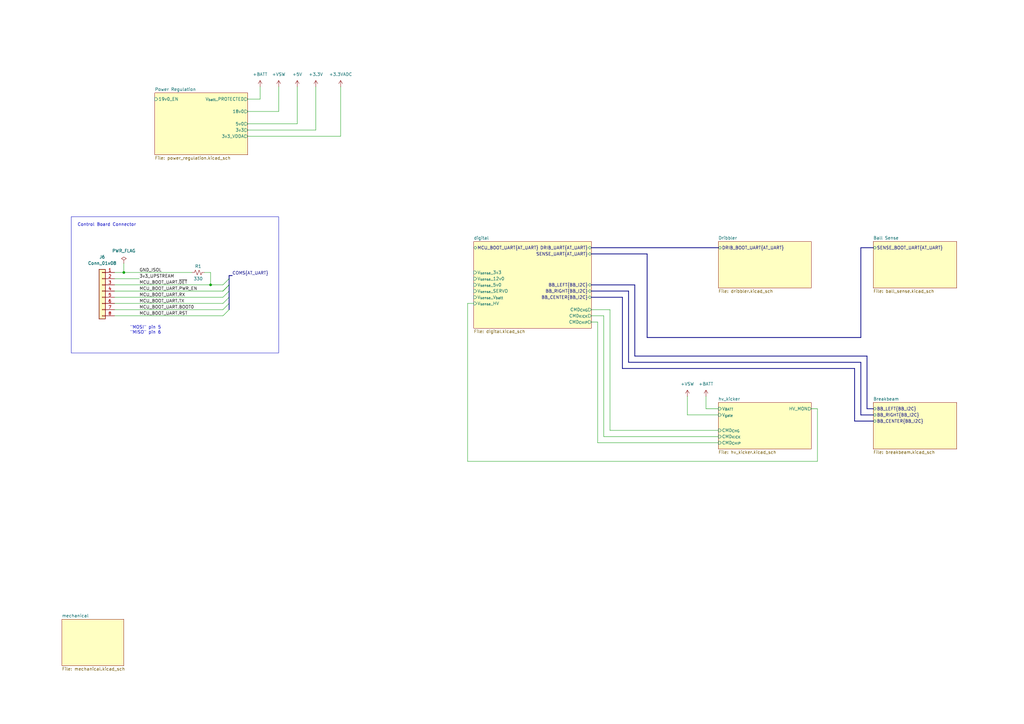
<source format=kicad_sch>
(kicad_sch (version 20231120) (generator "eeschema") (generator_version "8.0")
  (paper "A3")
  (title_block (title "Kicker") (date "2024-06-10") (rev "3.1") (company "The A-Team (RC SSL)") (comment 1 "W. Stuckey"))
  (lib_symbols
    (symbol "Connector_Generic:Conn_01x08" (pin_names (offset 1.016) hide)
      (property "Reference" "J" (at 0 10.16 0))
      (property "Value" "Conn_01x08" (at 0 -12.7 0))
      (symbol "Conn_01x08_1_1"
        (rectangle (start -1.27 -10.033) (end 0 -10.287) (stroke (width 0.1524)))
        (rectangle (start -1.27 -7.493) (end 0 -7.747) (stroke (width 0.1524)))
        (rectangle (start -1.27 -4.953) (end 0 -5.207) (stroke (width 0.1524)))
        (rectangle (start -1.27 -2.413) (end 0 -2.667) (stroke (width 0.1524)))
        (rectangle (start -1.27 0.127) (end 0 -0.127) (stroke (width 0.1524)))
        (rectangle (start -1.27 2.667) (end 0 2.413) (stroke (width 0.1524)))
        (rectangle (start -1.27 5.207) (end 0 4.953) (stroke (width 0.1524)))
        (rectangle (start -1.27 7.747) (end 0 7.493) (stroke (width 0.1524)))
        (rectangle (start -1.27 8.89) (end 1.27 -11.43) (stroke (width 0.254)) (fill (type background)))
        (pin passive line (at -5.08 7.62 0) (length 3.81) (name "Pin_1") (number "1"))
        (pin passive line (at -5.08 5.08 0) (length 3.81) (name "Pin_2") (number "2"))
        (pin passive line (at -5.08 2.54 0) (length 3.81) (name "Pin_3") (number "3"))
        (pin passive line (at -5.08 0 0) (length 3.81) (name "Pin_4") (number "4"))
        (pin passive line (at -5.08 -2.54 0) (length 3.81) (name "Pin_5") (number "5"))
        (pin passive line (at -5.08 -5.08 0) (length 3.81) (name "Pin_6") (number "6"))
        (pin passive line (at -5.08 -7.62 0) (length 3.81) (name "Pin_7") (number "7"))
        (pin passive line (at -5.08 -10.16 0) (length 3.81) (name "Pin_8") (number "8"))
      )
    )
    (symbol "Device:R_Small_US" (pin_numbers hide) (pin_names (offset 0.254) hide)
      (property "Reference" "R" (at 0.762 0.508 0))
      (property "Value" "R_Small_US" (at 0.762 -1.016 0))
      (symbol "R_Small_US_1_1"
        (polyline (pts (xy 0 0) (xy 1.016 -0.381) (xy 0 -0.762) (xy -1.016 -1.143) (xy 0 -1.524)))
        (polyline (pts (xy 0 1.524) (xy 1.016 1.143) (xy 0 0.762) (xy -1.016 0.381) (xy 0 0)))
        (pin passive line (at 0 2.54 270) (length 1.016) (name "~") (number "1"))
        (pin passive line (at 0 -2.54 90) (length 1.016) (name "~") (number "2"))
      )
    )
    (symbol "power:+3.3V" (power) (pin_numbers hide) (pin_names (offset 0) hide)
      (property "Value" "+3.3V" (at 0 3.556 0))
      (symbol "+3.3V_0_1"
        (polyline (pts (xy -0.762 1.27) (xy 0 2.54)))
        (polyline (pts (xy 0 0) (xy 0 2.54)))
        (polyline (pts (xy 0 2.54) (xy 0.762 1.27)))
      )
      (symbol "+3.3V_1_1"
        (pin power_in line (at 0 0 90) (length 0) (name "~") (number "1"))
      )
    )
    (symbol "power:+3.3VADC" (power) (pin_numbers hide) (pin_names (offset 0) hide)
      (property "Value" "+3.3VADC" (at 0 3.556 0))
      (symbol "+3.3VADC_0_0"
        (pin power_in line (at 0 0 90) (length 0) (name "~") (number "1"))
      )
      (symbol "+3.3VADC_0_1"
        (polyline (pts (xy -0.762 1.27) (xy 0 2.54)))
        (polyline (pts (xy 0 0) (xy 0 2.54)))
        (polyline (pts (xy 0 2.54) (xy 0.762 1.27)))
      )
    )
    (symbol "power:+5V" (power) (pin_numbers hide) (pin_names (offset 0) hide)
      (property "Value" "+5V" (at 0 3.556 0))
      (symbol "+5V_0_1"
        (polyline (pts (xy -0.762 1.27) (xy 0 2.54)))
        (polyline (pts (xy 0 0) (xy 0 2.54)))
        (polyline (pts (xy 0 2.54) (xy 0.762 1.27)))
      )
      (symbol "+5V_1_1"
        (pin power_in line (at 0 0 90) (length 0) (name "~") (number "1"))
      )
    )
    (symbol "power:+BATT" (power) (pin_names (offset 0))
      (property "Value" "+BATT" (at 0 3.556 0))
      (symbol "+BATT_0_1"
        (polyline (pts (xy -0.762 1.27) (xy 0 2.54)))
        (polyline (pts (xy 0 0) (xy 0 2.54)))
        (polyline (pts (xy 0 2.54) (xy 0.762 1.27)))
      )
      (symbol "+BATT_1_1"
        (pin power_in line (at 0 0 90) (length 0) hide (name "+BATT") (number "1"))
      )
    )
    (symbol "power:+VSW" (power) (pin_numbers hide) (pin_names (offset 0) hide)
      (property "Value" "+VSW" (at 0 3.556 0))
      (symbol "+VSW_0_1"
        (polyline (pts (xy -0.762 1.27) (xy 0 2.54)))
        (polyline (pts (xy 0 0) (xy 0 2.54)))
        (polyline (pts (xy 0 2.54) (xy 0.762 1.27)))
      )
      (symbol "+VSW_1_1"
        (pin power_in line (at 0 0 90) (length 0) (name "~") (number "1"))
      )
    )
    (symbol "power:PWR_FLAG" (power) (pin_numbers hide) (pin_names (offset 0) hide)
      (property "Value" "PWR_FLAG" (at 0 3.81 0))
      (symbol "PWR_FLAG_0_0"
        (pin power_out line (at 0 0 90) (length 0) (name "pwr") (number "1"))
      )
      (symbol "PWR_FLAG_0_1"
        (polyline (pts (xy 0 0) (xy 0 1.27) (xy -1.016 1.905) (xy 0 2.54) (xy 1.016 1.905) (xy 0 1.27)))
      )
    )
  )
  (bus_alias "AT_UART" (members "TX" "RX" "BOOT0" "RST" "~{DET}" "PWR_EN"))
  (bus_alias "BB_I2C" (members "SDA" "SCL" "RST" "~{DET}" "INT" "AGPIO"))
  (junction (at 50.8 111.76))
  (junction (at 86.36 116.84))
  (bus_entry (at 93.98 127) (size -2.54 2.54))
  (bus_entry (at 93.98 124.46) (size -2.54 2.54))
  (bus_entry (at 93.98 121.92) (size -2.54 2.54))
  (bus_entry (at 93.98 116.84) (size -2.54 2.54))
  (bus_entry (at 93.98 116.84) (size -2.54 2.54))
  (bus_entry (at 93.98 114.3) (size -2.54 2.54))
  (bus_entry (at 93.98 119.38) (size -2.54 2.54))
  (bus (pts (xy 355.6 146.05) (xy 355.6 167.64)))
  (wire (pts (xy 46.99 111.76) (xy 50.8 111.76)))
  (wire (pts (xy 289.56 162.56) (xy 289.56 167.64)))
  (bus (pts (xy 242.57 119.38) (xy 257.81 119.38)))
  (wire (pts (xy 191.77 124.46) (xy 194.31 124.46)))
  (wire (pts (xy 121.92 50.8) (xy 121.92 35.56)))
  (wire (pts (xy 50.8 111.76) (xy 78.74 111.76)))
  (bus (pts (xy 257.81 119.38) (xy 257.81 148.59)))
  (bus (pts (xy 350.52 151.13) (xy 350.52 172.72)))
  (bus (pts (xy 353.06 148.59) (xy 353.06 170.18)))
  (wire (pts (xy 46.99 116.84) (xy 86.36 116.84)))
  (wire (pts (xy 46.99 127) (xy 91.44 127)))
  (wire (pts (xy 46.99 114.3) (xy 57.15 114.3)))
  (wire (pts (xy 247.65 179.07) (xy 294.64 179.07)))
  (bus (pts (xy 257.81 148.59) (xy 353.06 148.59)))
  (wire (pts (xy 101.6 55.88) (xy 139.7 55.88)))
  (bus (pts (xy 353.06 101.6) (xy 358.14 101.6)))
  (bus (pts (xy 93.98 113.03) (xy 93.98 114.3)))
  (wire (pts (xy 46.99 121.92) (xy 91.44 121.92)))
  (wire (pts (xy 242.57 129.54) (xy 247.65 129.54)))
  (bus (pts (xy 255.27 121.92) (xy 255.27 151.13)))
  (wire (pts (xy 101.6 40.64) (xy 106.68 40.64)))
  (wire (pts (xy 86.36 111.76) (xy 86.36 116.84)))
  (wire (pts (xy 332.74 167.64) (xy 335.28 167.64)))
  (bus (pts (xy 95.25 113.03) (xy 93.98 113.03)))
  (bus (pts (xy 265.43 104.14) (xy 265.43 138.43)))
  (wire (pts (xy 46.99 129.54) (xy 91.44 129.54)))
  (wire (pts (xy 139.7 55.88) (xy 139.7 35.56)))
  (bus (pts (xy 353.06 170.18) (xy 358.14 170.18)))
  (wire (pts (xy 86.36 116.84) (xy 91.44 116.84)))
  (wire (pts (xy 114.3 45.72) (xy 101.6 45.72)))
  (wire (pts (xy 101.6 53.34) (xy 129.54 53.34)))
  (bus (pts (xy 350.52 172.72) (xy 358.14 172.72)))
  (wire (pts (xy 281.94 170.18) (xy 294.64 170.18)))
  (bus (pts (xy 93.98 116.84) (xy 93.98 119.38)))
  (bus (pts (xy 93.98 119.38) (xy 93.98 121.92)))
  (wire (pts (xy 106.68 35.56) (xy 106.68 40.64)))
  (wire (pts (xy 250.19 176.53) (xy 294.64 176.53)))
  (bus (pts (xy 260.35 146.05) (xy 355.6 146.05)))
  (wire (pts (xy 245.11 132.08) (xy 245.11 181.61)))
  (bus (pts (xy 242.57 121.92) (xy 255.27 121.92)))
  (wire (pts (xy 129.54 53.34) (xy 129.54 35.56)))
  (bus (pts (xy 242.57 116.84) (xy 260.35 116.84)))
  (bus (pts (xy 93.98 124.46) (xy 93.98 127)))
  (bus (pts (xy 242.57 101.6) (xy 294.64 101.6)))
  (wire (pts (xy 247.65 129.54) (xy 247.65 179.07)))
  (bus (pts (xy 265.43 138.43) (xy 353.06 138.43)))
  (bus (pts (xy 353.06 138.43) (xy 353.06 101.6)))
  (wire (pts (xy 281.94 162.56) (xy 281.94 170.18)))
  (wire (pts (xy 46.99 119.38) (xy 91.44 119.38)))
  (bus (pts (xy 255.27 151.13) (xy 350.52 151.13)))
  (wire (pts (xy 83.82 111.76) (xy 86.36 111.76)))
  (wire (pts (xy 46.99 124.46) (xy 91.44 124.46)))
  (wire (pts (xy 242.57 127) (xy 250.19 127)))
  (wire (pts (xy 101.6 50.8) (xy 121.92 50.8)))
  (bus (pts (xy 355.6 167.64) (xy 358.14 167.64)))
  (wire (pts (xy 50.8 107.95) (xy 50.8 111.76)))
  (wire (pts (xy 250.19 127) (xy 250.19 176.53)))
  (bus (pts (xy 260.35 116.84) (xy 260.35 146.05)))
  (wire (pts (xy 191.77 124.46) (xy 191.77 189.23)))
  (wire (pts (xy 191.77 189.23) (xy 335.28 189.23)))
  (bus (pts (xy 242.57 104.14) (xy 265.43 104.14)))
  (wire (pts (xy 245.11 181.61) (xy 294.64 181.61)))
  (bus (pts (xy 93.98 121.92) (xy 93.98 124.46)))
  (wire (pts (xy 289.56 167.64) (xy 294.64 167.64)))
  (bus (pts (xy 93.98 114.3) (xy 93.98 116.84)))
  (wire (pts (xy 335.28 189.23) (xy 335.28 167.64)))
  (wire (pts (xy 242.57 132.08) (xy 245.11 132.08)))
  (wire (pts (xy 114.3 35.56) (xy 114.3 45.72)))
  (rectangle (start 29.21 88.9) (end 114.3 144.78))
  (text "Control Board Connector" (at 31.75 92.964 0) (effects (font (size 1.27 1.27)) (justify left bottom)))
  (text "\"MOSI\" pin 5\n\"MISO\" pin 6\n" (at 53.34 137.16 0) (effects (font (size 1.27 1.27)) (justify left bottom)))
  (label "MCU_BOOT_UART.PWR_EN" (at 57.15 119.38 0))
  (label "3v3_UPSTREAM" (at 57.15 114.3 0))
  (label "COMS{AT_UART}" (at 95.25 113.03 0))
  (label "MCU_BOOT_UART.~{DET}" (at 57.15 116.84 0))
  (label "MCU_BOOT_UART.RX" (at 57.15 121.92 0))
  (label "MCU_BOOT_UART.BOOT0" (at 57.15 127 0))
  (label "MCU_BOOT_UART.RST" (at 57.15 129.54 0))
  (label "MCU_BOOT_UART.TX" (at 57.15 124.46 0))
  (label "GND_ISOL" (at 57.15 111.76 0))
  (symbol (lib_id "power:+VSW") (at 281.94 162.56 0) (unit 1)
    (property "Reference" "#PWR03" (effects (hide yes)))
    (property "Value" "+VSW" (at 281.94 157.48 0))
    (property "Description" "Power symbol creates a global label with name \"+VSW\"" (effects (hide yes)))
  )
  (symbol (lib_id "power:+5V") (at 121.92 35.56 0) (unit 1)
    (property "Reference" "#PWR019" (effects (hide yes)))
    (property "Value" "+5V" (at 121.92 30.48 0))
    (property "Description" "Power symbol creates a global label with name \"+5V\"" (effects (hide yes)))
  )
  (symbol (lib_id "power:+VSW") (at 114.3 35.56 0) (unit 1)
    (property "Reference" "#PWR014" (effects (hide yes)))
    (property "Value" "+VSW" (at 114.3 30.48 0))
    (property "Description" "Power symbol creates a global label with name \"+VSW\"" (effects (hide yes)))
  )
  (symbol (lib_id "power:+BATT") (at 106.68 35.56 0) (mirror y) (unit 1)
    (property "Reference" "#PWR02" (effects (hide yes)))
    (property "Value" "+BATT" (at 106.68 30.48 0))
  )
  (symbol (lib_id "power:+3.3V") (at 129.54 35.56 0) (unit 1)
    (property "Reference" "#PWR020" (effects (hide yes)))
    (property "Value" "+3.3V" (at 129.54 30.48 0))
    (property "Description" "Power symbol creates a global label with name \"+3.3V\"" (effects (hide yes)))
  )
  (symbol (lib_id "power:+3.3VADC") (at 139.7 35.56 0) (unit 1)
    (property "Reference" "#PWR021" (effects (hide yes)))
    (property "Value" "+3.3VADC" (at 139.7 30.48 0))
    (property "Description" "Power symbol creates a global label with name \"+3.3VADC\"" (effects (hide yes)))
  )
  (symbol (lib_id "Connector_Generic:Conn_01x08") (at 41.91 119.38 0) (mirror y) (unit 1)
    (property "Reference" "J6" (at 41.91 105.41 0))
    (property "Value" "Conn_01x08" (at 41.91 107.95 0))
    (property "Description" "Generic connector, single row, 01x08, script generated (kicad-library-utils/schlib/autogen/connector/)" (effects (hide yes)))
  )
  (symbol (lib_id "Device:R_Small_US") (at 81.28 111.76 90) (unit 1)
    (property "Reference" "R1" (at 81.28 109.22 90))
    (property "Value" "330" (at 81.28 114.3 90))
    (property "Footprint" "Resistor_SMD:R_0402_1005Metric" (effects (hide yes)))
  )
  (symbol (lib_id "power:+BATT") (at 289.56 162.56 0) (unit 1)
    (property "Reference" "#PWR04" (effects (hide yes)))
    (property "Value" "+BATT" (at 289.56 157.48 0))
  )
  (symbol (lib_id "power:PWR_FLAG") (at 50.8 107.95 0) (unit 1)
    (property "Reference" "#FLG03" (effects (hide yes)))
    (property "Value" "PWR_FLAG" (at 50.8 102.87 0))
  )
  (sheet (at 294.64 99.06) (size 38.1 19.05) (stroke (width 0.1524)) (fill (color 255 255 194 1.0000))
    (property "Sheetname" "Dribbler" (at 294.64 98.3484 0) (effects (justify left bottom)))
    (property "Sheetfile" "dribbler.kicad_sch" (at 294.64 118.6946 0) (effects (justify left top)))
    (pin "DRIB_BOOT_UART{AT_UART}" bidirectional (at 294.64 101.6 180))
  )
  (sheet (at 194.31 99.06) (size 48.26 35.56) (stroke (width 0.1524)) (fill (color 255 255 194 1.0000))
    (property "Sheetname" "digital" (at 194.31 98.3484 0) (effects (justify left bottom)))
    (property "Sheetfile" "digital.kicad_sch" (at 194.31 135.2046 0) (effects (justify left top)))
    (pin "MCU_BOOT_UART{AT_UART}" bidirectional (at 194.31 101.6 180))
    (pin "DRIB_UART{AT_UART}" bidirectional (at 242.57 101.6 0))
    (pin "SENSE_UART{AT_UART}" bidirectional (at 242.57 104.14 0))
    (pin "CMD_{CHG}" output (at 242.57 127 0))
    (pin "CMD_{KICK}" output (at 242.57 129.54 0))
    (pin "CMD_{CHIP}" output (at 242.57 132.08 0))
    (pin "V_{sense}_12v0" input (at 194.31 114.3 180))
    (pin "V_{sense}_5v0" input (at 194.31 116.84 180))
    (pin "V_{sense}_HV" input (at 194.31 124.46 180))
    (pin "V_{sense}_SERVO" input (at 194.31 119.38 180))
    (pin "BB_RIGHT{BB_I2C}" bidirectional (at 242.57 119.38 0))
    (pin "BB_LEFT{BB_I2C}" bidirectional (at 242.57 116.84 0))
    (pin "BB_CENTER{BB_I2C}" bidirectional (at 242.57 121.92 0))
    (pin "V_{sense}_3v3" input (at 194.31 111.76 180))
    (pin "V_{sense}_V_{batt}" input (at 194.31 121.92 180))
  )
  (sheet (at 25.4 254) (size 25.4 19.05) (stroke (width 0.1524)) (fill (color 255 255 194 1.0000))
    (property "Sheetname" "mechanical" (at 25.4 253.2884 0) (effects (justify left bottom)))
    (property "Sheetfile" "mechanical.kicad_sch" (at 25.4 273.6346 0) (effects (justify left top)))
  )
  (sheet (at 63.5 38.1) (size 38.1 25.4) (stroke (width 0.1524)) (fill (color 255 255 194 1.0000))
    (property "Sheetname" "Power Regulation" (at 63.5 37.3884 0) (effects (justify left bottom)))
    (property "Sheetfile" "power_regulation.kicad_sch" (at 63.5 64.0846 0) (effects (justify left top)))
    (pin "3v3" output (at 101.6 53.34 0))
    (pin "5v0" output (at 101.6 50.8 0))
    (pin "V_{batt}_PROTECTED" output (at 101.6 40.64 0))
    (pin "18v0" output (at 101.6 45.72 0))
    (pin "19v0_EN" input (at 63.5 40.64 180))
    (pin "3v3_VDDA" output (at 101.6 55.88 0))
  )
  (sheet (at 358.14 165.1) (size 34.29 19.05) (stroke (width 0.1524)) (fill (color 255 255 194 1.0000))
    (property "Sheetname" "Breakbeam" (at 358.14 164.3884 0) (effects (justify left bottom)))
    (property "Sheetfile" "breakbeam.kicad_sch" (at 358.14 184.7346 0) (effects (justify left top)))
    (pin "BB_LEFT{BB_I2C}" bidirectional (at 358.14 167.64 180))
    (pin "BB_RIGHT{BB_I2C}" bidirectional (at 358.14 170.18 180))
    (pin "BB_CENTER{BB_I2C}" bidirectional (at 358.14 172.72 180))
  )
  (sheet (at 358.14 99.06) (size 34.29 19.05) (stroke (width 0.1524)) (fill (color 255 255 194 1.0000))
    (property "Sheetname" "Ball Sense" (at 358.14 98.3484 0) (effects (justify left bottom)))
    (property "Sheetfile" "ball_sense.kicad_sch" (at 358.14 118.6946 0) (effects (justify left top)))
    (pin "SENSE_BOOT_UART{AT_UART}" bidirectional (at 358.14 101.6 180))
  )
  (sheet (at 294.64 165.1) (size 38.1 19.05) (stroke (width 0.1524)) (fill (color 255 255 194 1.0000))
    (property "Sheetname" "hv_kicker" (at 294.64 164.3884 0) (effects (justify left bottom)))
    (property "Sheetfile" "hv_kicker.kicad_sch" (at 294.64 184.7346 0) (effects (justify left top)))
    (pin "V_{gate}" input (at 294.64 170.18 180))
    (pin "CMD_{KICK}" input (at 294.64 179.07 180))
    (pin "CMD_{CHIP}" input (at 294.64 181.61 180))
    (pin "HV_MON" output (at 332.74 167.64 0))
    (pin "CMD_{CHG}" input (at 294.64 176.53 180))
    (pin "V_{BATT}" input (at 294.64 167.64 180))
  )
)
</source>
